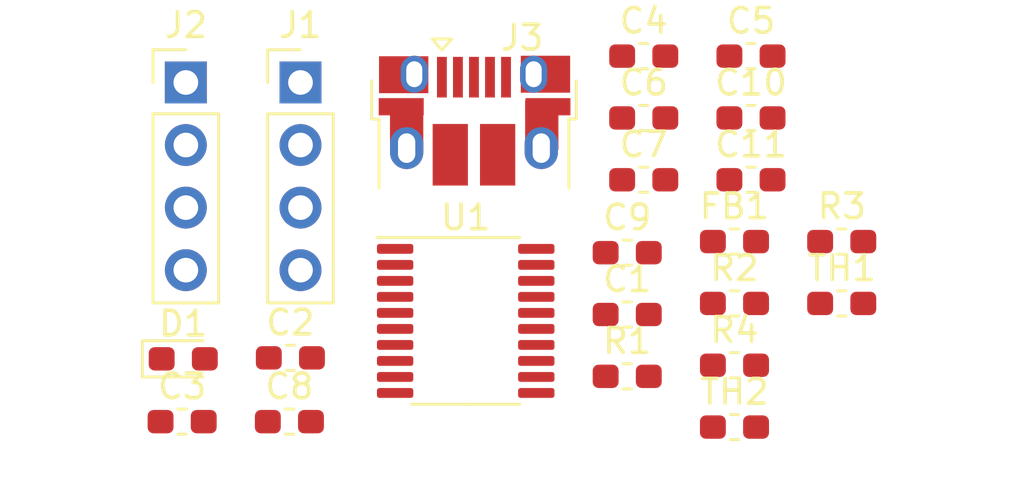
<source format=kicad_pcb>
(kicad_pcb (version 20171130) (host pcbnew "(5.1.6)-1")

  (general
    (thickness 1.6)
    (drawings 0)
    (tracks 0)
    (zones 0)
    (modules 23)
    (nets 24)
  )

  (page A4)
  (layers
    (0 F.Cu signal)
    (31 B.Cu signal)
    (32 B.Adhes user)
    (33 F.Adhes user)
    (34 B.Paste user)
    (35 F.Paste user)
    (36 B.SilkS user)
    (37 F.SilkS user)
    (38 B.Mask user)
    (39 F.Mask user)
    (40 Dwgs.User user)
    (41 Cmts.User user)
    (42 Eco1.User user)
    (43 Eco2.User user)
    (44 Edge.Cuts user)
    (45 Margin user)
    (46 B.CrtYd user)
    (47 F.CrtYd user)
    (48 B.Fab user)
    (49 F.Fab user)
  )

  (setup
    (last_trace_width 0.25)
    (trace_clearance 0.2)
    (zone_clearance 0.508)
    (zone_45_only no)
    (trace_min 0.2)
    (via_size 0.8)
    (via_drill 0.4)
    (via_min_size 0.4)
    (via_min_drill 0.3)
    (uvia_size 0.3)
    (uvia_drill 0.1)
    (uvias_allowed no)
    (uvia_min_size 0.2)
    (uvia_min_drill 0.1)
    (edge_width 0.05)
    (segment_width 0.2)
    (pcb_text_width 0.3)
    (pcb_text_size 1.5 1.5)
    (mod_edge_width 0.12)
    (mod_text_size 1 1)
    (mod_text_width 0.15)
    (pad_size 1.524 1.524)
    (pad_drill 0.762)
    (pad_to_mask_clearance 0.05)
    (aux_axis_origin 0 0)
    (visible_elements FFFFFF7F)
    (pcbplotparams
      (layerselection 0x010fc_ffffffff)
      (usegerberextensions false)
      (usegerberattributes true)
      (usegerberadvancedattributes true)
      (creategerberjobfile true)
      (excludeedgelayer true)
      (linewidth 0.100000)
      (plotframeref false)
      (viasonmask false)
      (mode 1)
      (useauxorigin false)
      (hpglpennumber 1)
      (hpglpenspeed 20)
      (hpglpendiameter 15.000000)
      (psnegative false)
      (psa4output false)
      (plotreference true)
      (plotvalue true)
      (plotinvisibletext false)
      (padsonsilk false)
      (subtractmaskfromsilk false)
      (outputformat 1)
      (mirror false)
      (drillshape 1)
      (scaleselection 1)
      (outputdirectory ""))
  )

  (net 0 "")
  (net 1 GND)
  (net 2 VDD)
  (net 3 +5V)
  (net 4 /NRST)
  (net 5 "Net-(C7-Pad1)")
  (net 6 /ADC_IN4)
  (net 7 /ADC_IN3)
  (net 8 "Net-(D1-Pad2)")
  (net 9 /UART_RX)
  (net 10 /UART_TX)
  (net 11 /SWIM)
  (net 12 "Net-(J3-Pad4)")
  (net 13 /DP)
  (net 14 /DM)
  (net 15 /LED)
  (net 16 "Net-(U1-Pad17)")
  (net 17 /TIM1_CH1)
  (net 18 /TIM2_CH1)
  (net 19 /ADC_IN2)
  (net 20 "Net-(U1-Pad13)")
  (net 21 "Net-(U1-Pad12)")
  (net 22 "Net-(U1-Pad11)")
  (net 23 "Net-(U1-Pad10)")

  (net_class Default "This is the default net class."
    (clearance 0.2)
    (trace_width 0.25)
    (via_dia 0.8)
    (via_drill 0.4)
    (uvia_dia 0.3)
    (uvia_drill 0.1)
    (add_net +5V)
    (add_net /ADC_IN2)
    (add_net /ADC_IN3)
    (add_net /ADC_IN4)
    (add_net /DM)
    (add_net /DP)
    (add_net /LED)
    (add_net /NRST)
    (add_net /SWIM)
    (add_net /TIM1_CH1)
    (add_net /TIM2_CH1)
    (add_net /UART_RX)
    (add_net /UART_TX)
    (add_net GND)
    (add_net "Net-(C7-Pad1)")
    (add_net "Net-(D1-Pad2)")
    (add_net "Net-(J3-Pad4)")
    (add_net "Net-(U1-Pad10)")
    (add_net "Net-(U1-Pad11)")
    (add_net "Net-(U1-Pad12)")
    (add_net "Net-(U1-Pad13)")
    (add_net "Net-(U1-Pad17)")
    (add_net VDD)
  )

  (module Package_SO:TSSOP-20_4.4x6.5mm_P0.65mm (layer F.Cu) (tedit 5E476F32) (tstamp 5F25B49A)
    (at 122.99 87.89)
    (descr "TSSOP, 20 Pin (JEDEC MO-153 Var AC https://www.jedec.org/document_search?search_api_views_fulltext=MO-153), generated with kicad-footprint-generator ipc_gullwing_generator.py")
    (tags "TSSOP SO")
    (path /5F2585BD)
    (attr smd)
    (fp_text reference U1 (at 0 -4.2) (layer F.SilkS)
      (effects (font (size 1 1) (thickness 0.15)))
    )
    (fp_text value STM8S003F3P (at 0 4.2) (layer F.Fab)
      (effects (font (size 1 1) (thickness 0.15)))
    )
    (fp_text user %R (at 0 0) (layer F.Fab)
      (effects (font (size 1 1) (thickness 0.15)))
    )
    (fp_line (start 0 3.385) (end 2.2 3.385) (layer F.SilkS) (width 0.12))
    (fp_line (start 0 3.385) (end -2.2 3.385) (layer F.SilkS) (width 0.12))
    (fp_line (start 0 -3.385) (end 2.2 -3.385) (layer F.SilkS) (width 0.12))
    (fp_line (start 0 -3.385) (end -3.6 -3.385) (layer F.SilkS) (width 0.12))
    (fp_line (start -1.2 -3.25) (end 2.2 -3.25) (layer F.Fab) (width 0.1))
    (fp_line (start 2.2 -3.25) (end 2.2 3.25) (layer F.Fab) (width 0.1))
    (fp_line (start 2.2 3.25) (end -2.2 3.25) (layer F.Fab) (width 0.1))
    (fp_line (start -2.2 3.25) (end -2.2 -2.25) (layer F.Fab) (width 0.1))
    (fp_line (start -2.2 -2.25) (end -1.2 -3.25) (layer F.Fab) (width 0.1))
    (fp_line (start -3.85 -3.5) (end -3.85 3.5) (layer F.CrtYd) (width 0.05))
    (fp_line (start -3.85 3.5) (end 3.85 3.5) (layer F.CrtYd) (width 0.05))
    (fp_line (start 3.85 3.5) (end 3.85 -3.5) (layer F.CrtYd) (width 0.05))
    (fp_line (start 3.85 -3.5) (end -3.85 -3.5) (layer F.CrtYd) (width 0.05))
    (pad 20 smd roundrect (at 2.8625 -2.925) (size 1.475 0.4) (layers F.Cu F.Paste F.Mask) (roundrect_rratio 0.25)
      (net 6 /ADC_IN4))
    (pad 19 smd roundrect (at 2.8625 -2.275) (size 1.475 0.4) (layers F.Cu F.Paste F.Mask) (roundrect_rratio 0.25)
      (net 7 /ADC_IN3))
    (pad 18 smd roundrect (at 2.8625 -1.625) (size 1.475 0.4) (layers F.Cu F.Paste F.Mask) (roundrect_rratio 0.25)
      (net 11 /SWIM))
    (pad 17 smd roundrect (at 2.8625 -0.975) (size 1.475 0.4) (layers F.Cu F.Paste F.Mask) (roundrect_rratio 0.25)
      (net 16 "Net-(U1-Pad17)"))
    (pad 16 smd roundrect (at 2.8625 -0.325) (size 1.475 0.4) (layers F.Cu F.Paste F.Mask) (roundrect_rratio 0.25)
      (net 17 /TIM1_CH1))
    (pad 15 smd roundrect (at 2.8625 0.325) (size 1.475 0.4) (layers F.Cu F.Paste F.Mask) (roundrect_rratio 0.25)
      (net 18 /TIM2_CH1))
    (pad 14 smd roundrect (at 2.8625 0.975) (size 1.475 0.4) (layers F.Cu F.Paste F.Mask) (roundrect_rratio 0.25)
      (net 19 /ADC_IN2))
    (pad 13 smd roundrect (at 2.8625 1.625) (size 1.475 0.4) (layers F.Cu F.Paste F.Mask) (roundrect_rratio 0.25)
      (net 20 "Net-(U1-Pad13)"))
    (pad 12 smd roundrect (at 2.8625 2.275) (size 1.475 0.4) (layers F.Cu F.Paste F.Mask) (roundrect_rratio 0.25)
      (net 21 "Net-(U1-Pad12)"))
    (pad 11 smd roundrect (at 2.8625 2.925) (size 1.475 0.4) (layers F.Cu F.Paste F.Mask) (roundrect_rratio 0.25)
      (net 22 "Net-(U1-Pad11)"))
    (pad 10 smd roundrect (at -2.8625 2.925) (size 1.475 0.4) (layers F.Cu F.Paste F.Mask) (roundrect_rratio 0.25)
      (net 23 "Net-(U1-Pad10)"))
    (pad 9 smd roundrect (at -2.8625 2.275) (size 1.475 0.4) (layers F.Cu F.Paste F.Mask) (roundrect_rratio 0.25)
      (net 3 +5V))
    (pad 8 smd roundrect (at -2.8625 1.625) (size 1.475 0.4) (layers F.Cu F.Paste F.Mask) (roundrect_rratio 0.25)
      (net 5 "Net-(C7-Pad1)"))
    (pad 7 smd roundrect (at -2.8625 0.975) (size 1.475 0.4) (layers F.Cu F.Paste F.Mask) (roundrect_rratio 0.25)
      (net 1 GND))
    (pad 6 smd roundrect (at -2.8625 0.325) (size 1.475 0.4) (layers F.Cu F.Paste F.Mask) (roundrect_rratio 0.25)
      (net 14 /DM))
    (pad 5 smd roundrect (at -2.8625 -0.325) (size 1.475 0.4) (layers F.Cu F.Paste F.Mask) (roundrect_rratio 0.25)
      (net 13 /DP))
    (pad 4 smd roundrect (at -2.8625 -0.975) (size 1.475 0.4) (layers F.Cu F.Paste F.Mask) (roundrect_rratio 0.25)
      (net 4 /NRST))
    (pad 3 smd roundrect (at -2.8625 -1.625) (size 1.475 0.4) (layers F.Cu F.Paste F.Mask) (roundrect_rratio 0.25)
      (net 9 /UART_RX))
    (pad 2 smd roundrect (at -2.8625 -2.275) (size 1.475 0.4) (layers F.Cu F.Paste F.Mask) (roundrect_rratio 0.25)
      (net 10 /UART_TX))
    (pad 1 smd roundrect (at -2.8625 -2.925) (size 1.475 0.4) (layers F.Cu F.Paste F.Mask) (roundrect_rratio 0.25)
      (net 15 /LED))
    (model ${KISYS3DMOD}/Package_SO.3dshapes/TSSOP-20_4.4x6.5mm_P0.65mm.wrl
      (at (xyz 0 0 0))
      (scale (xyz 1 1 1))
      (rotate (xyz 0 0 0))
    )
  )

  (module Resistor_SMD:R_0603_1608Metric_Pad1.05x0.95mm_HandSolder (layer F.Cu) (tedit 5B301BBD) (tstamp 5F25B474)
    (at 133.89 92.2)
    (descr "Resistor SMD 0603 (1608 Metric), square (rectangular) end terminal, IPC_7351 nominal with elongated pad for handsoldering. (Body size source: http://www.tortai-tech.com/upload/download/2011102023233369053.pdf), generated with kicad-footprint-generator")
    (tags "resistor handsolder")
    (path /5F26BEA0)
    (attr smd)
    (fp_text reference TH2 (at 0 -1.43) (layer F.SilkS)
      (effects (font (size 1 1) (thickness 0.15)))
    )
    (fp_text value NCP15XH103F03RC (at 0 1.43) (layer F.Fab)
      (effects (font (size 1 1) (thickness 0.15)))
    )
    (fp_text user %R (at 0 0) (layer F.Fab)
      (effects (font (size 0.4 0.4) (thickness 0.06)))
    )
    (fp_line (start -0.8 0.4) (end -0.8 -0.4) (layer F.Fab) (width 0.1))
    (fp_line (start -0.8 -0.4) (end 0.8 -0.4) (layer F.Fab) (width 0.1))
    (fp_line (start 0.8 -0.4) (end 0.8 0.4) (layer F.Fab) (width 0.1))
    (fp_line (start 0.8 0.4) (end -0.8 0.4) (layer F.Fab) (width 0.1))
    (fp_line (start -0.171267 -0.51) (end 0.171267 -0.51) (layer F.SilkS) (width 0.12))
    (fp_line (start -0.171267 0.51) (end 0.171267 0.51) (layer F.SilkS) (width 0.12))
    (fp_line (start -1.65 0.73) (end -1.65 -0.73) (layer F.CrtYd) (width 0.05))
    (fp_line (start -1.65 -0.73) (end 1.65 -0.73) (layer F.CrtYd) (width 0.05))
    (fp_line (start 1.65 -0.73) (end 1.65 0.73) (layer F.CrtYd) (width 0.05))
    (fp_line (start 1.65 0.73) (end -1.65 0.73) (layer F.CrtYd) (width 0.05))
    (pad 2 smd roundrect (at 0.875 0) (size 1.05 0.95) (layers F.Cu F.Paste F.Mask) (roundrect_rratio 0.25)
      (net 1 GND))
    (pad 1 smd roundrect (at -0.875 0) (size 1.05 0.95) (layers F.Cu F.Paste F.Mask) (roundrect_rratio 0.25)
      (net 7 /ADC_IN3))
    (model ${KISYS3DMOD}/Resistor_SMD.3dshapes/R_0603_1608Metric.wrl
      (at (xyz 0 0 0))
      (scale (xyz 1 1 1))
      (rotate (xyz 0 0 0))
    )
  )

  (module Resistor_SMD:R_0603_1608Metric_Pad1.05x0.95mm_HandSolder (layer F.Cu) (tedit 5B301BBD) (tstamp 5F25B463)
    (at 138.24 87.18)
    (descr "Resistor SMD 0603 (1608 Metric), square (rectangular) end terminal, IPC_7351 nominal with elongated pad for handsoldering. (Body size source: http://www.tortai-tech.com/upload/download/2011102023233369053.pdf), generated with kicad-footprint-generator")
    (tags "resistor handsolder")
    (path /5F274F14)
    (attr smd)
    (fp_text reference TH1 (at 0 -1.43) (layer F.SilkS)
      (effects (font (size 1 1) (thickness 0.15)))
    )
    (fp_text value NCP15XH103F03RC (at 0 1.43) (layer F.Fab)
      (effects (font (size 1 1) (thickness 0.15)))
    )
    (fp_text user %R (at 0 0) (layer F.Fab)
      (effects (font (size 0.4 0.4) (thickness 0.06)))
    )
    (fp_line (start -0.8 0.4) (end -0.8 -0.4) (layer F.Fab) (width 0.1))
    (fp_line (start -0.8 -0.4) (end 0.8 -0.4) (layer F.Fab) (width 0.1))
    (fp_line (start 0.8 -0.4) (end 0.8 0.4) (layer F.Fab) (width 0.1))
    (fp_line (start 0.8 0.4) (end -0.8 0.4) (layer F.Fab) (width 0.1))
    (fp_line (start -0.171267 -0.51) (end 0.171267 -0.51) (layer F.SilkS) (width 0.12))
    (fp_line (start -0.171267 0.51) (end 0.171267 0.51) (layer F.SilkS) (width 0.12))
    (fp_line (start -1.65 0.73) (end -1.65 -0.73) (layer F.CrtYd) (width 0.05))
    (fp_line (start -1.65 -0.73) (end 1.65 -0.73) (layer F.CrtYd) (width 0.05))
    (fp_line (start 1.65 -0.73) (end 1.65 0.73) (layer F.CrtYd) (width 0.05))
    (fp_line (start 1.65 0.73) (end -1.65 0.73) (layer F.CrtYd) (width 0.05))
    (pad 2 smd roundrect (at 0.875 0) (size 1.05 0.95) (layers F.Cu F.Paste F.Mask) (roundrect_rratio 0.25)
      (net 1 GND))
    (pad 1 smd roundrect (at -0.875 0) (size 1.05 0.95) (layers F.Cu F.Paste F.Mask) (roundrect_rratio 0.25)
      (net 6 /ADC_IN4))
    (model ${KISYS3DMOD}/Resistor_SMD.3dshapes/R_0603_1608Metric.wrl
      (at (xyz 0 0 0))
      (scale (xyz 1 1 1))
      (rotate (xyz 0 0 0))
    )
  )

  (module Resistor_SMD:R_0603_1608Metric_Pad1.05x0.95mm_HandSolder (layer F.Cu) (tedit 5B301BBD) (tstamp 5F25B452)
    (at 133.89 89.69)
    (descr "Resistor SMD 0603 (1608 Metric), square (rectangular) end terminal, IPC_7351 nominal with elongated pad for handsoldering. (Body size source: http://www.tortai-tech.com/upload/download/2011102023233369053.pdf), generated with kicad-footprint-generator")
    (tags "resistor handsolder")
    (path /5F25BC97)
    (attr smd)
    (fp_text reference R4 (at 0 -1.43) (layer F.SilkS)
      (effects (font (size 1 1) (thickness 0.15)))
    )
    (fp_text value 0603WAF1002T5E (at 0 1.43) (layer F.Fab)
      (effects (font (size 1 1) (thickness 0.15)))
    )
    (fp_text user %R (at 0 0) (layer F.Fab)
      (effects (font (size 0.4 0.4) (thickness 0.06)))
    )
    (fp_line (start -0.8 0.4) (end -0.8 -0.4) (layer F.Fab) (width 0.1))
    (fp_line (start -0.8 -0.4) (end 0.8 -0.4) (layer F.Fab) (width 0.1))
    (fp_line (start 0.8 -0.4) (end 0.8 0.4) (layer F.Fab) (width 0.1))
    (fp_line (start 0.8 0.4) (end -0.8 0.4) (layer F.Fab) (width 0.1))
    (fp_line (start -0.171267 -0.51) (end 0.171267 -0.51) (layer F.SilkS) (width 0.12))
    (fp_line (start -0.171267 0.51) (end 0.171267 0.51) (layer F.SilkS) (width 0.12))
    (fp_line (start -1.65 0.73) (end -1.65 -0.73) (layer F.CrtYd) (width 0.05))
    (fp_line (start -1.65 -0.73) (end 1.65 -0.73) (layer F.CrtYd) (width 0.05))
    (fp_line (start 1.65 -0.73) (end 1.65 0.73) (layer F.CrtYd) (width 0.05))
    (fp_line (start 1.65 0.73) (end -1.65 0.73) (layer F.CrtYd) (width 0.05))
    (pad 2 smd roundrect (at 0.875 0) (size 1.05 0.95) (layers F.Cu F.Paste F.Mask) (roundrect_rratio 0.25)
      (net 7 /ADC_IN3))
    (pad 1 smd roundrect (at -0.875 0) (size 1.05 0.95) (layers F.Cu F.Paste F.Mask) (roundrect_rratio 0.25)
      (net 3 +5V))
    (model ${KISYS3DMOD}/Resistor_SMD.3dshapes/R_0603_1608Metric.wrl
      (at (xyz 0 0 0))
      (scale (xyz 1 1 1))
      (rotate (xyz 0 0 0))
    )
  )

  (module Resistor_SMD:R_0603_1608Metric_Pad1.05x0.95mm_HandSolder (layer F.Cu) (tedit 5B301BBD) (tstamp 5F25B441)
    (at 138.24 84.67)
    (descr "Resistor SMD 0603 (1608 Metric), square (rectangular) end terminal, IPC_7351 nominal with elongated pad for handsoldering. (Body size source: http://www.tortai-tech.com/upload/download/2011102023233369053.pdf), generated with kicad-footprint-generator")
    (tags "resistor handsolder")
    (path /5F274F01)
    (attr smd)
    (fp_text reference R3 (at 0 -1.43) (layer F.SilkS)
      (effects (font (size 1 1) (thickness 0.15)))
    )
    (fp_text value 0603WAF1002T5E (at 0 1.43) (layer F.Fab)
      (effects (font (size 1 1) (thickness 0.15)))
    )
    (fp_text user %R (at 0 0) (layer F.Fab)
      (effects (font (size 0.4 0.4) (thickness 0.06)))
    )
    (fp_line (start -0.8 0.4) (end -0.8 -0.4) (layer F.Fab) (width 0.1))
    (fp_line (start -0.8 -0.4) (end 0.8 -0.4) (layer F.Fab) (width 0.1))
    (fp_line (start 0.8 -0.4) (end 0.8 0.4) (layer F.Fab) (width 0.1))
    (fp_line (start 0.8 0.4) (end -0.8 0.4) (layer F.Fab) (width 0.1))
    (fp_line (start -0.171267 -0.51) (end 0.171267 -0.51) (layer F.SilkS) (width 0.12))
    (fp_line (start -0.171267 0.51) (end 0.171267 0.51) (layer F.SilkS) (width 0.12))
    (fp_line (start -1.65 0.73) (end -1.65 -0.73) (layer F.CrtYd) (width 0.05))
    (fp_line (start -1.65 -0.73) (end 1.65 -0.73) (layer F.CrtYd) (width 0.05))
    (fp_line (start 1.65 -0.73) (end 1.65 0.73) (layer F.CrtYd) (width 0.05))
    (fp_line (start 1.65 0.73) (end -1.65 0.73) (layer F.CrtYd) (width 0.05))
    (pad 2 smd roundrect (at 0.875 0) (size 1.05 0.95) (layers F.Cu F.Paste F.Mask) (roundrect_rratio 0.25)
      (net 6 /ADC_IN4))
    (pad 1 smd roundrect (at -0.875 0) (size 1.05 0.95) (layers F.Cu F.Paste F.Mask) (roundrect_rratio 0.25)
      (net 3 +5V))
    (model ${KISYS3DMOD}/Resistor_SMD.3dshapes/R_0603_1608Metric.wrl
      (at (xyz 0 0 0))
      (scale (xyz 1 1 1))
      (rotate (xyz 0 0 0))
    )
  )

  (module Resistor_SMD:R_0603_1608Metric_Pad1.05x0.95mm_HandSolder (layer F.Cu) (tedit 5B301BBD) (tstamp 5F25B430)
    (at 133.89 87.18)
    (descr "Resistor SMD 0603 (1608 Metric), square (rectangular) end terminal, IPC_7351 nominal with elongated pad for handsoldering. (Body size source: http://www.tortai-tech.com/upload/download/2011102023233369053.pdf), generated with kicad-footprint-generator")
    (tags "resistor handsolder")
    (path /5F28AB29)
    (attr smd)
    (fp_text reference R2 (at 0 -1.43) (layer F.SilkS)
      (effects (font (size 1 1) (thickness 0.15)))
    )
    (fp_text value 0603WAF3300T5E (at 0 1.43) (layer F.Fab)
      (effects (font (size 1 1) (thickness 0.15)))
    )
    (fp_text user %R (at 0 0) (layer F.Fab)
      (effects (font (size 0.4 0.4) (thickness 0.06)))
    )
    (fp_line (start -0.8 0.4) (end -0.8 -0.4) (layer F.Fab) (width 0.1))
    (fp_line (start -0.8 -0.4) (end 0.8 -0.4) (layer F.Fab) (width 0.1))
    (fp_line (start 0.8 -0.4) (end 0.8 0.4) (layer F.Fab) (width 0.1))
    (fp_line (start 0.8 0.4) (end -0.8 0.4) (layer F.Fab) (width 0.1))
    (fp_line (start -0.171267 -0.51) (end 0.171267 -0.51) (layer F.SilkS) (width 0.12))
    (fp_line (start -0.171267 0.51) (end 0.171267 0.51) (layer F.SilkS) (width 0.12))
    (fp_line (start -1.65 0.73) (end -1.65 -0.73) (layer F.CrtYd) (width 0.05))
    (fp_line (start -1.65 -0.73) (end 1.65 -0.73) (layer F.CrtYd) (width 0.05))
    (fp_line (start 1.65 -0.73) (end 1.65 0.73) (layer F.CrtYd) (width 0.05))
    (fp_line (start 1.65 0.73) (end -1.65 0.73) (layer F.CrtYd) (width 0.05))
    (pad 2 smd roundrect (at 0.875 0) (size 1.05 0.95) (layers F.Cu F.Paste F.Mask) (roundrect_rratio 0.25)
      (net 8 "Net-(D1-Pad2)"))
    (pad 1 smd roundrect (at -0.875 0) (size 1.05 0.95) (layers F.Cu F.Paste F.Mask) (roundrect_rratio 0.25)
      (net 15 /LED))
    (model ${KISYS3DMOD}/Resistor_SMD.3dshapes/R_0603_1608Metric.wrl
      (at (xyz 0 0 0))
      (scale (xyz 1 1 1))
      (rotate (xyz 0 0 0))
    )
  )

  (module Resistor_SMD:R_0603_1608Metric_Pad1.05x0.95mm_HandSolder (layer F.Cu) (tedit 5B301BBD) (tstamp 5F25B41F)
    (at 129.54 90.14)
    (descr "Resistor SMD 0603 (1608 Metric), square (rectangular) end terminal, IPC_7351 nominal with elongated pad for handsoldering. (Body size source: http://www.tortai-tech.com/upload/download/2011102023233369053.pdf), generated with kicad-footprint-generator")
    (tags "resistor handsolder")
    (path /5F25D31C)
    (attr smd)
    (fp_text reference R1 (at 0 -1.43) (layer F.SilkS)
      (effects (font (size 1 1) (thickness 0.15)))
    )
    (fp_text value 0603WAF1002T5E (at 0 1.43) (layer F.Fab)
      (effects (font (size 1 1) (thickness 0.15)))
    )
    (fp_text user %R (at 0 0) (layer F.Fab)
      (effects (font (size 0.4 0.4) (thickness 0.06)))
    )
    (fp_line (start -0.8 0.4) (end -0.8 -0.4) (layer F.Fab) (width 0.1))
    (fp_line (start -0.8 -0.4) (end 0.8 -0.4) (layer F.Fab) (width 0.1))
    (fp_line (start 0.8 -0.4) (end 0.8 0.4) (layer F.Fab) (width 0.1))
    (fp_line (start 0.8 0.4) (end -0.8 0.4) (layer F.Fab) (width 0.1))
    (fp_line (start -0.171267 -0.51) (end 0.171267 -0.51) (layer F.SilkS) (width 0.12))
    (fp_line (start -0.171267 0.51) (end 0.171267 0.51) (layer F.SilkS) (width 0.12))
    (fp_line (start -1.65 0.73) (end -1.65 -0.73) (layer F.CrtYd) (width 0.05))
    (fp_line (start -1.65 -0.73) (end 1.65 -0.73) (layer F.CrtYd) (width 0.05))
    (fp_line (start 1.65 -0.73) (end 1.65 0.73) (layer F.CrtYd) (width 0.05))
    (fp_line (start 1.65 0.73) (end -1.65 0.73) (layer F.CrtYd) (width 0.05))
    (pad 2 smd roundrect (at 0.875 0) (size 1.05 0.95) (layers F.Cu F.Paste F.Mask) (roundrect_rratio 0.25)
      (net 4 /NRST))
    (pad 1 smd roundrect (at -0.875 0) (size 1.05 0.95) (layers F.Cu F.Paste F.Mask) (roundrect_rratio 0.25)
      (net 3 +5V))
    (model ${KISYS3DMOD}/Resistor_SMD.3dshapes/R_0603_1608Metric.wrl
      (at (xyz 0 0 0))
      (scale (xyz 1 1 1))
      (rotate (xyz 0 0 0))
    )
  )

  (module Connector_USB:USB_Micro-B_Amphenol_10103594-0001LF_Horizontal (layer F.Cu) (tedit 5A1DC0BD) (tstamp 5F25B40E)
    (at 123.35 79.76)
    (descr "Micro USB Type B 10103594-0001LF, http://cdn.amphenol-icc.com/media/wysiwyg/files/drawing/10103594.pdf")
    (tags "USB USB_B USB_micro USB_OTG")
    (path /5F2A1155)
    (attr smd)
    (fp_text reference J3 (at 1.925 -3.365) (layer F.SilkS)
      (effects (font (size 1 1) (thickness 0.15)))
    )
    (fp_text value USB_B_Micro (at -0.025 4.435) (layer F.Fab)
      (effects (font (size 1 1) (thickness 0.15)))
    )
    (fp_text user %R (at -0.025 -0.015) (layer F.Fab)
      (effects (font (size 1 1) (thickness 0.15)))
    )
    (fp_text user "PCB edge" (at -0.025 2.235) (layer Dwgs.User)
      (effects (font (size 0.5 0.5) (thickness 0.075)))
    )
    (fp_line (start -4.175 -0.065) (end -4.175 -1.615) (layer F.SilkS) (width 0.12))
    (fp_line (start -4.175 -0.065) (end -3.875 -0.065) (layer F.SilkS) (width 0.12))
    (fp_line (start -3.875 2.735) (end -3.875 -0.065) (layer F.SilkS) (width 0.12))
    (fp_line (start 4.125 -0.065) (end 4.125 -1.615) (layer F.SilkS) (width 0.12))
    (fp_line (start 3.825 -0.065) (end 4.125 -0.065) (layer F.SilkS) (width 0.12))
    (fp_line (start 3.825 2.735) (end 3.825 -0.065) (layer F.SilkS) (width 0.12))
    (fp_line (start -0.925 -3.315) (end -1.325 -2.865) (layer F.SilkS) (width 0.12))
    (fp_line (start -1.725 -3.315) (end -0.925 -3.315) (layer F.SilkS) (width 0.12))
    (fp_line (start -1.325 -2.865) (end -1.725 -3.315) (layer F.SilkS) (width 0.12))
    (fp_line (start -3.775 -0.865) (end -2.975 -1.615) (layer F.Fab) (width 0.12))
    (fp_line (start 3.725 3.335) (end -3.775 3.335) (layer F.Fab) (width 0.12))
    (fp_line (start 3.725 -1.615) (end 3.725 3.335) (layer F.Fab) (width 0.12))
    (fp_line (start -2.975 -1.615) (end 3.725 -1.615) (layer F.Fab) (width 0.12))
    (fp_line (start -3.775 3.335) (end -3.775 -0.865) (layer F.Fab) (width 0.12))
    (fp_line (start -4.025 2.835) (end 3.975 2.835) (layer Dwgs.User) (width 0.1))
    (fp_line (start -4.13 -2.88) (end 4.14 -2.88) (layer F.CrtYd) (width 0.05))
    (fp_line (start -4.13 -2.88) (end -4.13 3.58) (layer F.CrtYd) (width 0.05))
    (fp_line (start 4.14 3.58) (end 4.14 -2.88) (layer F.CrtYd) (width 0.05))
    (fp_line (start 4.14 3.58) (end -4.13 3.58) (layer F.CrtYd) (width 0.05))
    (pad 6 smd rect (at 0.935 1.385 90) (size 2.5 1.43) (layers F.Cu F.Paste F.Mask)
      (net 1 GND))
    (pad 6 smd rect (at -0.985 1.385 90) (size 2.5 1.43) (layers F.Cu F.Paste F.Mask)
      (net 1 GND))
    (pad 6 thru_hole oval (at 2.705 1.115 90) (size 1.7 1.35) (drill oval 1.2 0.7) (layers *.Cu *.Mask)
      (net 1 GND))
    (pad 6 thru_hole oval (at -2.755 1.115 90) (size 1.7 1.35) (drill oval 1.2 0.7) (layers *.Cu *.Mask)
      (net 1 GND))
    (pad 6 thru_hole oval (at 2.395 -1.885 90) (size 1.5 1.1) (drill oval 1.05 0.65) (layers *.Cu *.Mask)
      (net 1 GND))
    (pad 6 thru_hole oval (at -2.445 -1.885 90) (size 1.5 1.1) (drill oval 1.05 0.65) (layers *.Cu *.Mask)
      (net 1 GND))
    (pad 5 smd rect (at 1.275 -1.765 90) (size 1.65 0.4) (layers F.Cu F.Paste F.Mask)
      (net 1 GND))
    (pad 4 smd rect (at 0.625 -1.765 90) (size 1.65 0.4) (layers F.Cu F.Paste F.Mask)
      (net 12 "Net-(J3-Pad4)"))
    (pad 3 smd rect (at -0.025 -1.765 90) (size 1.65 0.4) (layers F.Cu F.Paste F.Mask)
      (net 13 /DP))
    (pad 2 smd rect (at -0.675 -1.765 90) (size 1.65 0.4) (layers F.Cu F.Paste F.Mask)
      (net 14 /DM))
    (pad 1 smd rect (at -1.325 -1.765 90) (size 1.65 0.4) (layers F.Cu F.Paste F.Mask)
      (net 2 VDD))
    (pad 6 smd rect (at 2.875 -1.885) (size 2 1.5) (layers F.Cu F.Paste F.Mask)
      (net 1 GND))
    (pad 6 smd rect (at -2.875 -1.865) (size 2 1.5) (layers F.Cu F.Paste F.Mask)
      (net 1 GND))
    (pad 6 smd rect (at 2.975 -0.565) (size 1.825 0.7) (layers F.Cu F.Paste F.Mask)
      (net 1 GND))
    (pad 6 smd rect (at -2.975 -0.565) (size 1.825 0.7) (layers F.Cu F.Paste F.Mask)
      (net 1 GND))
    (pad 6 smd rect (at -2.755 0.185) (size 1.35 2) (layers F.Cu F.Paste F.Mask)
      (net 1 GND))
    (pad 6 smd rect (at 2.725 0.185) (size 1.35 2) (layers F.Cu F.Paste F.Mask)
      (net 1 GND))
    (model ${KISYS3DMOD}/Connector_USB.3dshapes/USB_Micro-B_Amphenol_10103594-0001LF_Horizontal.wrl
      (at (xyz 0 0 0))
      (scale (xyz 1 1 1))
      (rotate (xyz 0 0 0))
    )
  )

  (module Connector_PinHeader_2.54mm:PinHeader_1x04_P2.54mm_Vertical (layer F.Cu) (tedit 59FED5CC) (tstamp 5F25B3E4)
    (at 111.64 78.21)
    (descr "Through hole straight pin header, 1x04, 2.54mm pitch, single row")
    (tags "Through hole pin header THT 1x04 2.54mm single row")
    (path /5F260C62)
    (fp_text reference J2 (at 0 -2.33) (layer F.SilkS)
      (effects (font (size 1 1) (thickness 0.15)))
    )
    (fp_text value Conn_01x04_Male (at 0 9.95) (layer F.Fab)
      (effects (font (size 1 1) (thickness 0.15)))
    )
    (fp_text user %R (at 0 3.81 90) (layer F.Fab)
      (effects (font (size 1 1) (thickness 0.15)))
    )
    (fp_line (start -0.635 -1.27) (end 1.27 -1.27) (layer F.Fab) (width 0.1))
    (fp_line (start 1.27 -1.27) (end 1.27 8.89) (layer F.Fab) (width 0.1))
    (fp_line (start 1.27 8.89) (end -1.27 8.89) (layer F.Fab) (width 0.1))
    (fp_line (start -1.27 8.89) (end -1.27 -0.635) (layer F.Fab) (width 0.1))
    (fp_line (start -1.27 -0.635) (end -0.635 -1.27) (layer F.Fab) (width 0.1))
    (fp_line (start -1.33 8.95) (end 1.33 8.95) (layer F.SilkS) (width 0.12))
    (fp_line (start -1.33 1.27) (end -1.33 8.95) (layer F.SilkS) (width 0.12))
    (fp_line (start 1.33 1.27) (end 1.33 8.95) (layer F.SilkS) (width 0.12))
    (fp_line (start -1.33 1.27) (end 1.33 1.27) (layer F.SilkS) (width 0.12))
    (fp_line (start -1.33 0) (end -1.33 -1.33) (layer F.SilkS) (width 0.12))
    (fp_line (start -1.33 -1.33) (end 0 -1.33) (layer F.SilkS) (width 0.12))
    (fp_line (start -1.8 -1.8) (end -1.8 9.4) (layer F.CrtYd) (width 0.05))
    (fp_line (start -1.8 9.4) (end 1.8 9.4) (layer F.CrtYd) (width 0.05))
    (fp_line (start 1.8 9.4) (end 1.8 -1.8) (layer F.CrtYd) (width 0.05))
    (fp_line (start 1.8 -1.8) (end -1.8 -1.8) (layer F.CrtYd) (width 0.05))
    (pad 4 thru_hole oval (at 0 7.62) (size 1.7 1.7) (drill 1) (layers *.Cu *.Mask)
      (net 4 /NRST))
    (pad 3 thru_hole oval (at 0 5.08) (size 1.7 1.7) (drill 1) (layers *.Cu *.Mask)
      (net 1 GND))
    (pad 2 thru_hole oval (at 0 2.54) (size 1.7 1.7) (drill 1) (layers *.Cu *.Mask)
      (net 11 /SWIM))
    (pad 1 thru_hole rect (at 0 0) (size 1.7 1.7) (drill 1) (layers *.Cu *.Mask)
      (net 3 +5V))
    (model ${KISYS3DMOD}/Connector_PinHeader_2.54mm.3dshapes/PinHeader_1x04_P2.54mm_Vertical.wrl
      (at (xyz 0 0 0))
      (scale (xyz 1 1 1))
      (rotate (xyz 0 0 0))
    )
  )

  (module Connector_PinHeader_2.54mm:PinHeader_1x04_P2.54mm_Vertical (layer F.Cu) (tedit 59FED5CC) (tstamp 5F25B3CC)
    (at 116.29 78.21)
    (descr "Through hole straight pin header, 1x04, 2.54mm pitch, single row")
    (tags "Through hole pin header THT 1x04 2.54mm single row")
    (path /5F267701)
    (fp_text reference J1 (at 0 -2.33) (layer F.SilkS)
      (effects (font (size 1 1) (thickness 0.15)))
    )
    (fp_text value Conn_01x04_Male (at 0 9.95) (layer F.Fab)
      (effects (font (size 1 1) (thickness 0.15)))
    )
    (fp_text user %R (at 0 3.81 90) (layer F.Fab)
      (effects (font (size 1 1) (thickness 0.15)))
    )
    (fp_line (start -0.635 -1.27) (end 1.27 -1.27) (layer F.Fab) (width 0.1))
    (fp_line (start 1.27 -1.27) (end 1.27 8.89) (layer F.Fab) (width 0.1))
    (fp_line (start 1.27 8.89) (end -1.27 8.89) (layer F.Fab) (width 0.1))
    (fp_line (start -1.27 8.89) (end -1.27 -0.635) (layer F.Fab) (width 0.1))
    (fp_line (start -1.27 -0.635) (end -0.635 -1.27) (layer F.Fab) (width 0.1))
    (fp_line (start -1.33 8.95) (end 1.33 8.95) (layer F.SilkS) (width 0.12))
    (fp_line (start -1.33 1.27) (end -1.33 8.95) (layer F.SilkS) (width 0.12))
    (fp_line (start 1.33 1.27) (end 1.33 8.95) (layer F.SilkS) (width 0.12))
    (fp_line (start -1.33 1.27) (end 1.33 1.27) (layer F.SilkS) (width 0.12))
    (fp_line (start -1.33 0) (end -1.33 -1.33) (layer F.SilkS) (width 0.12))
    (fp_line (start -1.33 -1.33) (end 0 -1.33) (layer F.SilkS) (width 0.12))
    (fp_line (start -1.8 -1.8) (end -1.8 9.4) (layer F.CrtYd) (width 0.05))
    (fp_line (start -1.8 9.4) (end 1.8 9.4) (layer F.CrtYd) (width 0.05))
    (fp_line (start 1.8 9.4) (end 1.8 -1.8) (layer F.CrtYd) (width 0.05))
    (fp_line (start 1.8 -1.8) (end -1.8 -1.8) (layer F.CrtYd) (width 0.05))
    (pad 4 thru_hole oval (at 0 7.62) (size 1.7 1.7) (drill 1) (layers *.Cu *.Mask)
      (net 1 GND))
    (pad 3 thru_hole oval (at 0 5.08) (size 1.7 1.7) (drill 1) (layers *.Cu *.Mask)
      (net 9 /UART_RX))
    (pad 2 thru_hole oval (at 0 2.54) (size 1.7 1.7) (drill 1) (layers *.Cu *.Mask)
      (net 10 /UART_TX))
    (pad 1 thru_hole rect (at 0 0) (size 1.7 1.7) (drill 1) (layers *.Cu *.Mask)
      (net 3 +5V))
    (model ${KISYS3DMOD}/Connector_PinHeader_2.54mm.3dshapes/PinHeader_1x04_P2.54mm_Vertical.wrl
      (at (xyz 0 0 0))
      (scale (xyz 1 1 1))
      (rotate (xyz 0 0 0))
    )
  )

  (module Inductor_SMD:L_0603_1608Metric_Pad1.05x0.95mm_HandSolder (layer F.Cu) (tedit 5B301BBE) (tstamp 5F25B3B4)
    (at 133.89 84.67)
    (descr "Capacitor SMD 0603 (1608 Metric), square (rectangular) end terminal, IPC_7351 nominal with elongated pad for handsoldering. (Body size source: http://www.tortai-tech.com/upload/download/2011102023233369053.pdf), generated with kicad-footprint-generator")
    (tags "inductor handsolder")
    (path /5F290806)
    (attr smd)
    (fp_text reference FB1 (at 0 -1.43) (layer F.SilkS)
      (effects (font (size 1 1) (thickness 0.15)))
    )
    (fp_text value BLM18AG102SN1D (at 0 1.43) (layer F.Fab)
      (effects (font (size 1 1) (thickness 0.15)))
    )
    (fp_text user %R (at 0 0) (layer F.Fab)
      (effects (font (size 0.4 0.4) (thickness 0.06)))
    )
    (fp_line (start -0.8 0.4) (end -0.8 -0.4) (layer F.Fab) (width 0.1))
    (fp_line (start -0.8 -0.4) (end 0.8 -0.4) (layer F.Fab) (width 0.1))
    (fp_line (start 0.8 -0.4) (end 0.8 0.4) (layer F.Fab) (width 0.1))
    (fp_line (start 0.8 0.4) (end -0.8 0.4) (layer F.Fab) (width 0.1))
    (fp_line (start -0.171267 -0.51) (end 0.171267 -0.51) (layer F.SilkS) (width 0.12))
    (fp_line (start -0.171267 0.51) (end 0.171267 0.51) (layer F.SilkS) (width 0.12))
    (fp_line (start -1.65 0.73) (end -1.65 -0.73) (layer F.CrtYd) (width 0.05))
    (fp_line (start -1.65 -0.73) (end 1.65 -0.73) (layer F.CrtYd) (width 0.05))
    (fp_line (start 1.65 -0.73) (end 1.65 0.73) (layer F.CrtYd) (width 0.05))
    (fp_line (start 1.65 0.73) (end -1.65 0.73) (layer F.CrtYd) (width 0.05))
    (pad 2 smd roundrect (at 0.875 0) (size 1.05 0.95) (layers F.Cu F.Paste F.Mask) (roundrect_rratio 0.25)
      (net 2 VDD))
    (pad 1 smd roundrect (at -0.875 0) (size 1.05 0.95) (layers F.Cu F.Paste F.Mask) (roundrect_rratio 0.25)
      (net 3 +5V))
    (model ${KISYS3DMOD}/Inductor_SMD.3dshapes/L_0603_1608Metric.wrl
      (at (xyz 0 0 0))
      (scale (xyz 1 1 1))
      (rotate (xyz 0 0 0))
    )
  )

  (module LED_SMD:LED_0603_1608Metric_Pad1.05x0.95mm_HandSolder (layer F.Cu) (tedit 5B4B45C9) (tstamp 5F25B3A3)
    (at 111.535 89.43)
    (descr "LED SMD 0603 (1608 Metric), square (rectangular) end terminal, IPC_7351 nominal, (Body size source: http://www.tortai-tech.com/upload/download/2011102023233369053.pdf), generated with kicad-footprint-generator")
    (tags "LED handsolder")
    (path /5F28962D)
    (attr smd)
    (fp_text reference D1 (at 0 -1.43) (layer F.SilkS)
      (effects (font (size 1 1) (thickness 0.15)))
    )
    (fp_text value KT-0603R (at 0 1.43) (layer F.Fab)
      (effects (font (size 1 1) (thickness 0.15)))
    )
    (fp_text user %R (at 0 0) (layer F.Fab)
      (effects (font (size 0.4 0.4) (thickness 0.06)))
    )
    (fp_line (start 0.8 -0.4) (end -0.5 -0.4) (layer F.Fab) (width 0.1))
    (fp_line (start -0.5 -0.4) (end -0.8 -0.1) (layer F.Fab) (width 0.1))
    (fp_line (start -0.8 -0.1) (end -0.8 0.4) (layer F.Fab) (width 0.1))
    (fp_line (start -0.8 0.4) (end 0.8 0.4) (layer F.Fab) (width 0.1))
    (fp_line (start 0.8 0.4) (end 0.8 -0.4) (layer F.Fab) (width 0.1))
    (fp_line (start 0.8 -0.735) (end -1.66 -0.735) (layer F.SilkS) (width 0.12))
    (fp_line (start -1.66 -0.735) (end -1.66 0.735) (layer F.SilkS) (width 0.12))
    (fp_line (start -1.66 0.735) (end 0.8 0.735) (layer F.SilkS) (width 0.12))
    (fp_line (start -1.65 0.73) (end -1.65 -0.73) (layer F.CrtYd) (width 0.05))
    (fp_line (start -1.65 -0.73) (end 1.65 -0.73) (layer F.CrtYd) (width 0.05))
    (fp_line (start 1.65 -0.73) (end 1.65 0.73) (layer F.CrtYd) (width 0.05))
    (fp_line (start 1.65 0.73) (end -1.65 0.73) (layer F.CrtYd) (width 0.05))
    (pad 2 smd roundrect (at 0.875 0) (size 1.05 0.95) (layers F.Cu F.Paste F.Mask) (roundrect_rratio 0.25)
      (net 8 "Net-(D1-Pad2)"))
    (pad 1 smd roundrect (at -0.875 0) (size 1.05 0.95) (layers F.Cu F.Paste F.Mask) (roundrect_rratio 0.25)
      (net 1 GND))
    (model ${KISYS3DMOD}/LED_SMD.3dshapes/LED_0603_1608Metric.wrl
      (at (xyz 0 0 0))
      (scale (xyz 1 1 1))
      (rotate (xyz 0 0 0))
    )
  )

  (module Capacitor_SMD:C_0603_1608Metric_Pad1.05x0.95mm_HandSolder (layer F.Cu) (tedit 5B301BBE) (tstamp 5F25B390)
    (at 134.56 82.16)
    (descr "Capacitor SMD 0603 (1608 Metric), square (rectangular) end terminal, IPC_7351 nominal with elongated pad for handsoldering. (Body size source: http://www.tortai-tech.com/upload/download/2011102023233369053.pdf), generated with kicad-footprint-generator")
    (tags "capacitor handsolder")
    (path /5F26EC44)
    (attr smd)
    (fp_text reference C11 (at 0 -1.43) (layer F.SilkS)
      (effects (font (size 1 1) (thickness 0.15)))
    )
    (fp_text value CL10B105KA8NNNC (at 0 1.43) (layer F.Fab)
      (effects (font (size 1 1) (thickness 0.15)))
    )
    (fp_text user %R (at 0 0) (layer F.Fab)
      (effects (font (size 0.4 0.4) (thickness 0.06)))
    )
    (fp_line (start -0.8 0.4) (end -0.8 -0.4) (layer F.Fab) (width 0.1))
    (fp_line (start -0.8 -0.4) (end 0.8 -0.4) (layer F.Fab) (width 0.1))
    (fp_line (start 0.8 -0.4) (end 0.8 0.4) (layer F.Fab) (width 0.1))
    (fp_line (start 0.8 0.4) (end -0.8 0.4) (layer F.Fab) (width 0.1))
    (fp_line (start -0.171267 -0.51) (end 0.171267 -0.51) (layer F.SilkS) (width 0.12))
    (fp_line (start -0.171267 0.51) (end 0.171267 0.51) (layer F.SilkS) (width 0.12))
    (fp_line (start -1.65 0.73) (end -1.65 -0.73) (layer F.CrtYd) (width 0.05))
    (fp_line (start -1.65 -0.73) (end 1.65 -0.73) (layer F.CrtYd) (width 0.05))
    (fp_line (start 1.65 -0.73) (end 1.65 0.73) (layer F.CrtYd) (width 0.05))
    (fp_line (start 1.65 0.73) (end -1.65 0.73) (layer F.CrtYd) (width 0.05))
    (pad 2 smd roundrect (at 0.875 0) (size 1.05 0.95) (layers F.Cu F.Paste F.Mask) (roundrect_rratio 0.25)
      (net 1 GND))
    (pad 1 smd roundrect (at -0.875 0) (size 1.05 0.95) (layers F.Cu F.Paste F.Mask) (roundrect_rratio 0.25)
      (net 7 /ADC_IN3))
    (model ${KISYS3DMOD}/Capacitor_SMD.3dshapes/C_0603_1608Metric.wrl
      (at (xyz 0 0 0))
      (scale (xyz 1 1 1))
      (rotate (xyz 0 0 0))
    )
  )

  (module Capacitor_SMD:C_0603_1608Metric_Pad1.05x0.95mm_HandSolder (layer F.Cu) (tedit 5B301BBE) (tstamp 5F25B37F)
    (at 134.56 79.65)
    (descr "Capacitor SMD 0603 (1608 Metric), square (rectangular) end terminal, IPC_7351 nominal with elongated pad for handsoldering. (Body size source: http://www.tortai-tech.com/upload/download/2011102023233369053.pdf), generated with kicad-footprint-generator")
    (tags "capacitor handsolder")
    (path /5F26F507)
    (attr smd)
    (fp_text reference C10 (at 0 -1.43) (layer F.SilkS)
      (effects (font (size 1 1) (thickness 0.15)))
    )
    (fp_text value CL10B105KA8NNNC (at 0 1.43) (layer F.Fab)
      (effects (font (size 1 1) (thickness 0.15)))
    )
    (fp_text user %R (at 0 0) (layer F.Fab)
      (effects (font (size 0.4 0.4) (thickness 0.06)))
    )
    (fp_line (start -0.8 0.4) (end -0.8 -0.4) (layer F.Fab) (width 0.1))
    (fp_line (start -0.8 -0.4) (end 0.8 -0.4) (layer F.Fab) (width 0.1))
    (fp_line (start 0.8 -0.4) (end 0.8 0.4) (layer F.Fab) (width 0.1))
    (fp_line (start 0.8 0.4) (end -0.8 0.4) (layer F.Fab) (width 0.1))
    (fp_line (start -0.171267 -0.51) (end 0.171267 -0.51) (layer F.SilkS) (width 0.12))
    (fp_line (start -0.171267 0.51) (end 0.171267 0.51) (layer F.SilkS) (width 0.12))
    (fp_line (start -1.65 0.73) (end -1.65 -0.73) (layer F.CrtYd) (width 0.05))
    (fp_line (start -1.65 -0.73) (end 1.65 -0.73) (layer F.CrtYd) (width 0.05))
    (fp_line (start 1.65 -0.73) (end 1.65 0.73) (layer F.CrtYd) (width 0.05))
    (fp_line (start 1.65 0.73) (end -1.65 0.73) (layer F.CrtYd) (width 0.05))
    (pad 2 smd roundrect (at 0.875 0) (size 1.05 0.95) (layers F.Cu F.Paste F.Mask) (roundrect_rratio 0.25)
      (net 1 GND))
    (pad 1 smd roundrect (at -0.875 0) (size 1.05 0.95) (layers F.Cu F.Paste F.Mask) (roundrect_rratio 0.25)
      (net 3 +5V))
    (model ${KISYS3DMOD}/Capacitor_SMD.3dshapes/C_0603_1608Metric.wrl
      (at (xyz 0 0 0))
      (scale (xyz 1 1 1))
      (rotate (xyz 0 0 0))
    )
  )

  (module Capacitor_SMD:C_0603_1608Metric_Pad1.05x0.95mm_HandSolder (layer F.Cu) (tedit 5B301BBE) (tstamp 5F25B36E)
    (at 129.54 85.12)
    (descr "Capacitor SMD 0603 (1608 Metric), square (rectangular) end terminal, IPC_7351 nominal with elongated pad for handsoldering. (Body size source: http://www.tortai-tech.com/upload/download/2011102023233369053.pdf), generated with kicad-footprint-generator")
    (tags "capacitor handsolder")
    (path /5F274F1A)
    (attr smd)
    (fp_text reference C9 (at 0 -1.43) (layer F.SilkS)
      (effects (font (size 1 1) (thickness 0.15)))
    )
    (fp_text value CL10B105KA8NNNC (at 0 1.43) (layer F.Fab)
      (effects (font (size 1 1) (thickness 0.15)))
    )
    (fp_text user %R (at 0 0) (layer F.Fab)
      (effects (font (size 0.4 0.4) (thickness 0.06)))
    )
    (fp_line (start -0.8 0.4) (end -0.8 -0.4) (layer F.Fab) (width 0.1))
    (fp_line (start -0.8 -0.4) (end 0.8 -0.4) (layer F.Fab) (width 0.1))
    (fp_line (start 0.8 -0.4) (end 0.8 0.4) (layer F.Fab) (width 0.1))
    (fp_line (start 0.8 0.4) (end -0.8 0.4) (layer F.Fab) (width 0.1))
    (fp_line (start -0.171267 -0.51) (end 0.171267 -0.51) (layer F.SilkS) (width 0.12))
    (fp_line (start -0.171267 0.51) (end 0.171267 0.51) (layer F.SilkS) (width 0.12))
    (fp_line (start -1.65 0.73) (end -1.65 -0.73) (layer F.CrtYd) (width 0.05))
    (fp_line (start -1.65 -0.73) (end 1.65 -0.73) (layer F.CrtYd) (width 0.05))
    (fp_line (start 1.65 -0.73) (end 1.65 0.73) (layer F.CrtYd) (width 0.05))
    (fp_line (start 1.65 0.73) (end -1.65 0.73) (layer F.CrtYd) (width 0.05))
    (pad 2 smd roundrect (at 0.875 0) (size 1.05 0.95) (layers F.Cu F.Paste F.Mask) (roundrect_rratio 0.25)
      (net 1 GND))
    (pad 1 smd roundrect (at -0.875 0) (size 1.05 0.95) (layers F.Cu F.Paste F.Mask) (roundrect_rratio 0.25)
      (net 6 /ADC_IN4))
    (model ${KISYS3DMOD}/Capacitor_SMD.3dshapes/C_0603_1608Metric.wrl
      (at (xyz 0 0 0))
      (scale (xyz 1 1 1))
      (rotate (xyz 0 0 0))
    )
  )

  (module Capacitor_SMD:C_0603_1608Metric_Pad1.05x0.95mm_HandSolder (layer F.Cu) (tedit 5B301BBE) (tstamp 5F25B35D)
    (at 115.84 91.98)
    (descr "Capacitor SMD 0603 (1608 Metric), square (rectangular) end terminal, IPC_7351 nominal with elongated pad for handsoldering. (Body size source: http://www.tortai-tech.com/upload/download/2011102023233369053.pdf), generated with kicad-footprint-generator")
    (tags "capacitor handsolder")
    (path /5F274F20)
    (attr smd)
    (fp_text reference C8 (at 0 -1.43) (layer F.SilkS)
      (effects (font (size 1 1) (thickness 0.15)))
    )
    (fp_text value CL10B105KA8NNNC (at 0 1.43) (layer F.Fab)
      (effects (font (size 1 1) (thickness 0.15)))
    )
    (fp_text user %R (at 0 0) (layer F.Fab)
      (effects (font (size 0.4 0.4) (thickness 0.06)))
    )
    (fp_line (start -0.8 0.4) (end -0.8 -0.4) (layer F.Fab) (width 0.1))
    (fp_line (start -0.8 -0.4) (end 0.8 -0.4) (layer F.Fab) (width 0.1))
    (fp_line (start 0.8 -0.4) (end 0.8 0.4) (layer F.Fab) (width 0.1))
    (fp_line (start 0.8 0.4) (end -0.8 0.4) (layer F.Fab) (width 0.1))
    (fp_line (start -0.171267 -0.51) (end 0.171267 -0.51) (layer F.SilkS) (width 0.12))
    (fp_line (start -0.171267 0.51) (end 0.171267 0.51) (layer F.SilkS) (width 0.12))
    (fp_line (start -1.65 0.73) (end -1.65 -0.73) (layer F.CrtYd) (width 0.05))
    (fp_line (start -1.65 -0.73) (end 1.65 -0.73) (layer F.CrtYd) (width 0.05))
    (fp_line (start 1.65 -0.73) (end 1.65 0.73) (layer F.CrtYd) (width 0.05))
    (fp_line (start 1.65 0.73) (end -1.65 0.73) (layer F.CrtYd) (width 0.05))
    (pad 2 smd roundrect (at 0.875 0) (size 1.05 0.95) (layers F.Cu F.Paste F.Mask) (roundrect_rratio 0.25)
      (net 1 GND))
    (pad 1 smd roundrect (at -0.875 0) (size 1.05 0.95) (layers F.Cu F.Paste F.Mask) (roundrect_rratio 0.25)
      (net 3 +5V))
    (model ${KISYS3DMOD}/Capacitor_SMD.3dshapes/C_0603_1608Metric.wrl
      (at (xyz 0 0 0))
      (scale (xyz 1 1 1))
      (rotate (xyz 0 0 0))
    )
  )

  (module Capacitor_SMD:C_0603_1608Metric_Pad1.05x0.95mm_HandSolder (layer F.Cu) (tedit 5B301BBE) (tstamp 5F25B34C)
    (at 130.21 82.16)
    (descr "Capacitor SMD 0603 (1608 Metric), square (rectangular) end terminal, IPC_7351 nominal with elongated pad for handsoldering. (Body size source: http://www.tortai-tech.com/upload/download/2011102023233369053.pdf), generated with kicad-footprint-generator")
    (tags "capacitor handsolder")
    (path /5F25A184)
    (attr smd)
    (fp_text reference C7 (at 0 -1.43) (layer F.SilkS)
      (effects (font (size 1 1) (thickness 0.15)))
    )
    (fp_text value CL10B105KA8NNNC (at 0 1.43) (layer F.Fab)
      (effects (font (size 1 1) (thickness 0.15)))
    )
    (fp_text user %R (at 0 0) (layer F.Fab)
      (effects (font (size 0.4 0.4) (thickness 0.06)))
    )
    (fp_line (start -0.8 0.4) (end -0.8 -0.4) (layer F.Fab) (width 0.1))
    (fp_line (start -0.8 -0.4) (end 0.8 -0.4) (layer F.Fab) (width 0.1))
    (fp_line (start 0.8 -0.4) (end 0.8 0.4) (layer F.Fab) (width 0.1))
    (fp_line (start 0.8 0.4) (end -0.8 0.4) (layer F.Fab) (width 0.1))
    (fp_line (start -0.171267 -0.51) (end 0.171267 -0.51) (layer F.SilkS) (width 0.12))
    (fp_line (start -0.171267 0.51) (end 0.171267 0.51) (layer F.SilkS) (width 0.12))
    (fp_line (start -1.65 0.73) (end -1.65 -0.73) (layer F.CrtYd) (width 0.05))
    (fp_line (start -1.65 -0.73) (end 1.65 -0.73) (layer F.CrtYd) (width 0.05))
    (fp_line (start 1.65 -0.73) (end 1.65 0.73) (layer F.CrtYd) (width 0.05))
    (fp_line (start 1.65 0.73) (end -1.65 0.73) (layer F.CrtYd) (width 0.05))
    (pad 2 smd roundrect (at 0.875 0) (size 1.05 0.95) (layers F.Cu F.Paste F.Mask) (roundrect_rratio 0.25)
      (net 1 GND))
    (pad 1 smd roundrect (at -0.875 0) (size 1.05 0.95) (layers F.Cu F.Paste F.Mask) (roundrect_rratio 0.25)
      (net 5 "Net-(C7-Pad1)"))
    (model ${KISYS3DMOD}/Capacitor_SMD.3dshapes/C_0603_1608Metric.wrl
      (at (xyz 0 0 0))
      (scale (xyz 1 1 1))
      (rotate (xyz 0 0 0))
    )
  )

  (module Capacitor_SMD:C_0603_1608Metric_Pad1.05x0.95mm_HandSolder (layer F.Cu) (tedit 5B301BBE) (tstamp 5F25B33B)
    (at 130.21 79.65)
    (descr "Capacitor SMD 0603 (1608 Metric), square (rectangular) end terminal, IPC_7351 nominal with elongated pad for handsoldering. (Body size source: http://www.tortai-tech.com/upload/download/2011102023233369053.pdf), generated with kicad-footprint-generator")
    (tags "capacitor handsolder")
    (path /5F25A7BB)
    (attr smd)
    (fp_text reference C6 (at 0 -1.43) (layer F.SilkS)
      (effects (font (size 1 1) (thickness 0.15)))
    )
    (fp_text value CL10B105KA8NNNC (at 0 1.43) (layer F.Fab)
      (effects (font (size 1 1) (thickness 0.15)))
    )
    (fp_text user %R (at 0 0) (layer F.Fab)
      (effects (font (size 0.4 0.4) (thickness 0.06)))
    )
    (fp_line (start -0.8 0.4) (end -0.8 -0.4) (layer F.Fab) (width 0.1))
    (fp_line (start -0.8 -0.4) (end 0.8 -0.4) (layer F.Fab) (width 0.1))
    (fp_line (start 0.8 -0.4) (end 0.8 0.4) (layer F.Fab) (width 0.1))
    (fp_line (start 0.8 0.4) (end -0.8 0.4) (layer F.Fab) (width 0.1))
    (fp_line (start -0.171267 -0.51) (end 0.171267 -0.51) (layer F.SilkS) (width 0.12))
    (fp_line (start -0.171267 0.51) (end 0.171267 0.51) (layer F.SilkS) (width 0.12))
    (fp_line (start -1.65 0.73) (end -1.65 -0.73) (layer F.CrtYd) (width 0.05))
    (fp_line (start -1.65 -0.73) (end 1.65 -0.73) (layer F.CrtYd) (width 0.05))
    (fp_line (start 1.65 -0.73) (end 1.65 0.73) (layer F.CrtYd) (width 0.05))
    (fp_line (start 1.65 0.73) (end -1.65 0.73) (layer F.CrtYd) (width 0.05))
    (pad 2 smd roundrect (at 0.875 0) (size 1.05 0.95) (layers F.Cu F.Paste F.Mask) (roundrect_rratio 0.25)
      (net 1 GND))
    (pad 1 smd roundrect (at -0.875 0) (size 1.05 0.95) (layers F.Cu F.Paste F.Mask) (roundrect_rratio 0.25)
      (net 4 /NRST))
    (model ${KISYS3DMOD}/Capacitor_SMD.3dshapes/C_0603_1608Metric.wrl
      (at (xyz 0 0 0))
      (scale (xyz 1 1 1))
      (rotate (xyz 0 0 0))
    )
  )

  (module Capacitor_SMD:C_0603_1608Metric_Pad1.05x0.95mm_HandSolder (layer F.Cu) (tedit 5B301BBE) (tstamp 5F25B32A)
    (at 134.56 77.14)
    (descr "Capacitor SMD 0603 (1608 Metric), square (rectangular) end terminal, IPC_7351 nominal with elongated pad for handsoldering. (Body size source: http://www.tortai-tech.com/upload/download/2011102023233369053.pdf), generated with kicad-footprint-generator")
    (tags "capacitor handsolder")
    (path /5F25B6FA)
    (attr smd)
    (fp_text reference C5 (at 0 -1.43) (layer F.SilkS)
      (effects (font (size 1 1) (thickness 0.15)))
    )
    (fp_text value 0603CG101J500NT (at 0 1.43) (layer F.Fab)
      (effects (font (size 1 1) (thickness 0.15)))
    )
    (fp_text user %R (at 0 0) (layer F.Fab)
      (effects (font (size 0.4 0.4) (thickness 0.06)))
    )
    (fp_line (start -0.8 0.4) (end -0.8 -0.4) (layer F.Fab) (width 0.1))
    (fp_line (start -0.8 -0.4) (end 0.8 -0.4) (layer F.Fab) (width 0.1))
    (fp_line (start 0.8 -0.4) (end 0.8 0.4) (layer F.Fab) (width 0.1))
    (fp_line (start 0.8 0.4) (end -0.8 0.4) (layer F.Fab) (width 0.1))
    (fp_line (start -0.171267 -0.51) (end 0.171267 -0.51) (layer F.SilkS) (width 0.12))
    (fp_line (start -0.171267 0.51) (end 0.171267 0.51) (layer F.SilkS) (width 0.12))
    (fp_line (start -1.65 0.73) (end -1.65 -0.73) (layer F.CrtYd) (width 0.05))
    (fp_line (start -1.65 -0.73) (end 1.65 -0.73) (layer F.CrtYd) (width 0.05))
    (fp_line (start 1.65 -0.73) (end 1.65 0.73) (layer F.CrtYd) (width 0.05))
    (fp_line (start 1.65 0.73) (end -1.65 0.73) (layer F.CrtYd) (width 0.05))
    (pad 2 smd roundrect (at 0.875 0) (size 1.05 0.95) (layers F.Cu F.Paste F.Mask) (roundrect_rratio 0.25)
      (net 1 GND))
    (pad 1 smd roundrect (at -0.875 0) (size 1.05 0.95) (layers F.Cu F.Paste F.Mask) (roundrect_rratio 0.25)
      (net 3 +5V))
    (model ${KISYS3DMOD}/Capacitor_SMD.3dshapes/C_0603_1608Metric.wrl
      (at (xyz 0 0 0))
      (scale (xyz 1 1 1))
      (rotate (xyz 0 0 0))
    )
  )

  (module Capacitor_SMD:C_0603_1608Metric_Pad1.05x0.95mm_HandSolder (layer F.Cu) (tedit 5B301BBE) (tstamp 5F25B319)
    (at 130.21 77.14)
    (descr "Capacitor SMD 0603 (1608 Metric), square (rectangular) end terminal, IPC_7351 nominal with elongated pad for handsoldering. (Body size source: http://www.tortai-tech.com/upload/download/2011102023233369053.pdf), generated with kicad-footprint-generator")
    (tags "capacitor handsolder")
    (path /5F25B27B)
    (attr smd)
    (fp_text reference C4 (at 0 -1.43) (layer F.SilkS)
      (effects (font (size 1 1) (thickness 0.15)))
    )
    (fp_text value CL10B105KA8NNNC (at 0 1.43) (layer F.Fab)
      (effects (font (size 1 1) (thickness 0.15)))
    )
    (fp_text user %R (at 0 0) (layer F.Fab)
      (effects (font (size 0.4 0.4) (thickness 0.06)))
    )
    (fp_line (start -0.8 0.4) (end -0.8 -0.4) (layer F.Fab) (width 0.1))
    (fp_line (start -0.8 -0.4) (end 0.8 -0.4) (layer F.Fab) (width 0.1))
    (fp_line (start 0.8 -0.4) (end 0.8 0.4) (layer F.Fab) (width 0.1))
    (fp_line (start 0.8 0.4) (end -0.8 0.4) (layer F.Fab) (width 0.1))
    (fp_line (start -0.171267 -0.51) (end 0.171267 -0.51) (layer F.SilkS) (width 0.12))
    (fp_line (start -0.171267 0.51) (end 0.171267 0.51) (layer F.SilkS) (width 0.12))
    (fp_line (start -1.65 0.73) (end -1.65 -0.73) (layer F.CrtYd) (width 0.05))
    (fp_line (start -1.65 -0.73) (end 1.65 -0.73) (layer F.CrtYd) (width 0.05))
    (fp_line (start 1.65 -0.73) (end 1.65 0.73) (layer F.CrtYd) (width 0.05))
    (fp_line (start 1.65 0.73) (end -1.65 0.73) (layer F.CrtYd) (width 0.05))
    (pad 2 smd roundrect (at 0.875 0) (size 1.05 0.95) (layers F.Cu F.Paste F.Mask) (roundrect_rratio 0.25)
      (net 1 GND))
    (pad 1 smd roundrect (at -0.875 0) (size 1.05 0.95) (layers F.Cu F.Paste F.Mask) (roundrect_rratio 0.25)
      (net 3 +5V))
    (model ${KISYS3DMOD}/Capacitor_SMD.3dshapes/C_0603_1608Metric.wrl
      (at (xyz 0 0 0))
      (scale (xyz 1 1 1))
      (rotate (xyz 0 0 0))
    )
  )

  (module Capacitor_SMD:C_0603_1608Metric_Pad1.05x0.95mm_HandSolder (layer F.Cu) (tedit 5B301BBE) (tstamp 5F25B308)
    (at 111.49 91.98)
    (descr "Capacitor SMD 0603 (1608 Metric), square (rectangular) end terminal, IPC_7351 nominal with elongated pad for handsoldering. (Body size source: http://www.tortai-tech.com/upload/download/2011102023233369053.pdf), generated with kicad-footprint-generator")
    (tags "capacitor handsolder")
    (path /5F25AD45)
    (attr smd)
    (fp_text reference C3 (at 0 -1.43) (layer F.SilkS)
      (effects (font (size 1 1) (thickness 0.15)))
    )
    (fp_text value CL10B105KA8NNNC (at 0 1.43) (layer F.Fab)
      (effects (font (size 1 1) (thickness 0.15)))
    )
    (fp_text user %R (at 0 0) (layer F.Fab)
      (effects (font (size 0.4 0.4) (thickness 0.06)))
    )
    (fp_line (start -0.8 0.4) (end -0.8 -0.4) (layer F.Fab) (width 0.1))
    (fp_line (start -0.8 -0.4) (end 0.8 -0.4) (layer F.Fab) (width 0.1))
    (fp_line (start 0.8 -0.4) (end 0.8 0.4) (layer F.Fab) (width 0.1))
    (fp_line (start 0.8 0.4) (end -0.8 0.4) (layer F.Fab) (width 0.1))
    (fp_line (start -0.171267 -0.51) (end 0.171267 -0.51) (layer F.SilkS) (width 0.12))
    (fp_line (start -0.171267 0.51) (end 0.171267 0.51) (layer F.SilkS) (width 0.12))
    (fp_line (start -1.65 0.73) (end -1.65 -0.73) (layer F.CrtYd) (width 0.05))
    (fp_line (start -1.65 -0.73) (end 1.65 -0.73) (layer F.CrtYd) (width 0.05))
    (fp_line (start 1.65 -0.73) (end 1.65 0.73) (layer F.CrtYd) (width 0.05))
    (fp_line (start 1.65 0.73) (end -1.65 0.73) (layer F.CrtYd) (width 0.05))
    (pad 2 smd roundrect (at 0.875 0) (size 1.05 0.95) (layers F.Cu F.Paste F.Mask) (roundrect_rratio 0.25)
      (net 1 GND))
    (pad 1 smd roundrect (at -0.875 0) (size 1.05 0.95) (layers F.Cu F.Paste F.Mask) (roundrect_rratio 0.25)
      (net 3 +5V))
    (model ${KISYS3DMOD}/Capacitor_SMD.3dshapes/C_0603_1608Metric.wrl
      (at (xyz 0 0 0))
      (scale (xyz 1 1 1))
      (rotate (xyz 0 0 0))
    )
  )

  (module Capacitor_SMD:C_0603_1608Metric_Pad1.05x0.95mm_HandSolder (layer F.Cu) (tedit 5B301BBE) (tstamp 5F25B2F7)
    (at 115.88 89.39)
    (descr "Capacitor SMD 0603 (1608 Metric), square (rectangular) end terminal, IPC_7351 nominal with elongated pad for handsoldering. (Body size source: http://www.tortai-tech.com/upload/download/2011102023233369053.pdf), generated with kicad-footprint-generator")
    (tags "capacitor handsolder")
    (path /5F296193)
    (attr smd)
    (fp_text reference C2 (at 0 -1.43) (layer F.SilkS)
      (effects (font (size 1 1) (thickness 0.15)))
    )
    (fp_text value CL10B105KA8NNNC (at 0 1.43) (layer F.Fab)
      (effects (font (size 1 1) (thickness 0.15)))
    )
    (fp_text user %R (at 0 0) (layer F.Fab)
      (effects (font (size 0.4 0.4) (thickness 0.06)))
    )
    (fp_line (start -0.8 0.4) (end -0.8 -0.4) (layer F.Fab) (width 0.1))
    (fp_line (start -0.8 -0.4) (end 0.8 -0.4) (layer F.Fab) (width 0.1))
    (fp_line (start 0.8 -0.4) (end 0.8 0.4) (layer F.Fab) (width 0.1))
    (fp_line (start 0.8 0.4) (end -0.8 0.4) (layer F.Fab) (width 0.1))
    (fp_line (start -0.171267 -0.51) (end 0.171267 -0.51) (layer F.SilkS) (width 0.12))
    (fp_line (start -0.171267 0.51) (end 0.171267 0.51) (layer F.SilkS) (width 0.12))
    (fp_line (start -1.65 0.73) (end -1.65 -0.73) (layer F.CrtYd) (width 0.05))
    (fp_line (start -1.65 -0.73) (end 1.65 -0.73) (layer F.CrtYd) (width 0.05))
    (fp_line (start 1.65 -0.73) (end 1.65 0.73) (layer F.CrtYd) (width 0.05))
    (fp_line (start 1.65 0.73) (end -1.65 0.73) (layer F.CrtYd) (width 0.05))
    (pad 2 smd roundrect (at 0.875 0) (size 1.05 0.95) (layers F.Cu F.Paste F.Mask) (roundrect_rratio 0.25)
      (net 1 GND))
    (pad 1 smd roundrect (at -0.875 0) (size 1.05 0.95) (layers F.Cu F.Paste F.Mask) (roundrect_rratio 0.25)
      (net 2 VDD))
    (model ${KISYS3DMOD}/Capacitor_SMD.3dshapes/C_0603_1608Metric.wrl
      (at (xyz 0 0 0))
      (scale (xyz 1 1 1))
      (rotate (xyz 0 0 0))
    )
  )

  (module Capacitor_SMD:C_0603_1608Metric_Pad1.05x0.95mm_HandSolder (layer F.Cu) (tedit 5B301BBE) (tstamp 5F25B2E6)
    (at 129.54 87.63)
    (descr "Capacitor SMD 0603 (1608 Metric), square (rectangular) end terminal, IPC_7351 nominal with elongated pad for handsoldering. (Body size source: http://www.tortai-tech.com/upload/download/2011102023233369053.pdf), generated with kicad-footprint-generator")
    (tags "capacitor handsolder")
    (path /5F29618D)
    (attr smd)
    (fp_text reference C1 (at 0 -1.43) (layer F.SilkS)
      (effects (font (size 1 1) (thickness 0.15)))
    )
    (fp_text value CL10B105KA8NNNC (at 0 1.43) (layer F.Fab)
      (effects (font (size 1 1) (thickness 0.15)))
    )
    (fp_text user %R (at 0 0) (layer F.Fab)
      (effects (font (size 0.4 0.4) (thickness 0.06)))
    )
    (fp_line (start -0.8 0.4) (end -0.8 -0.4) (layer F.Fab) (width 0.1))
    (fp_line (start -0.8 -0.4) (end 0.8 -0.4) (layer F.Fab) (width 0.1))
    (fp_line (start 0.8 -0.4) (end 0.8 0.4) (layer F.Fab) (width 0.1))
    (fp_line (start 0.8 0.4) (end -0.8 0.4) (layer F.Fab) (width 0.1))
    (fp_line (start -0.171267 -0.51) (end 0.171267 -0.51) (layer F.SilkS) (width 0.12))
    (fp_line (start -0.171267 0.51) (end 0.171267 0.51) (layer F.SilkS) (width 0.12))
    (fp_line (start -1.65 0.73) (end -1.65 -0.73) (layer F.CrtYd) (width 0.05))
    (fp_line (start -1.65 -0.73) (end 1.65 -0.73) (layer F.CrtYd) (width 0.05))
    (fp_line (start 1.65 -0.73) (end 1.65 0.73) (layer F.CrtYd) (width 0.05))
    (fp_line (start 1.65 0.73) (end -1.65 0.73) (layer F.CrtYd) (width 0.05))
    (pad 2 smd roundrect (at 0.875 0) (size 1.05 0.95) (layers F.Cu F.Paste F.Mask) (roundrect_rratio 0.25)
      (net 1 GND))
    (pad 1 smd roundrect (at -0.875 0) (size 1.05 0.95) (layers F.Cu F.Paste F.Mask) (roundrect_rratio 0.25)
      (net 2 VDD))
    (model ${KISYS3DMOD}/Capacitor_SMD.3dshapes/C_0603_1608Metric.wrl
      (at (xyz 0 0 0))
      (scale (xyz 1 1 1))
      (rotate (xyz 0 0 0))
    )
  )

)

</source>
